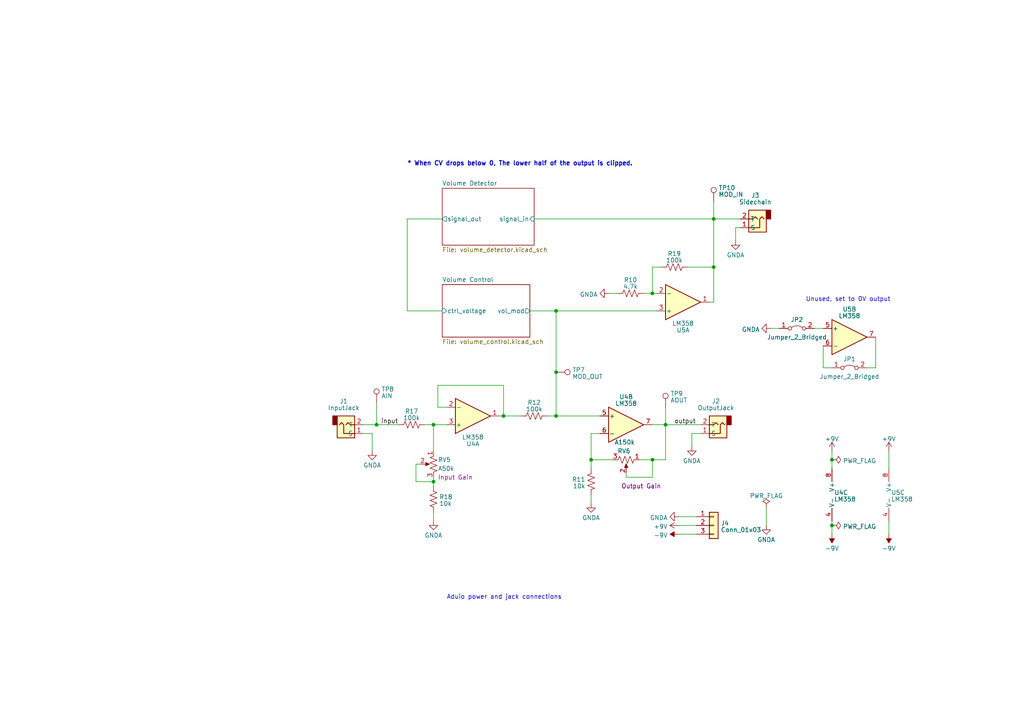
<source format=kicad_sch>
(kicad_sch (version 20230121) (generator eeschema)
  (paper "A4")
  (title_block (title "Compressor") (date "2023-05-27") (rev "0.1") (company "Jacob Miller") (comment 4 "All resistors are 1% unless noted"))
  (lib_symbols
    (symbol "Amplifier_Operational:LM358" (pin_names (offset 0.127))
      (property "Reference" "U" (at 0 5.08 0))
      (property "Value" "LM358" (at 0 -5.08 0))
      (symbol "LM358_1_1"
        (polyline (pts (xy -5.08 5.08) (xy 5.08 0) (xy -5.08 -5.08) (xy -5.08 5.08)) (stroke (width 0.254)) (fill (type background)))
        (pin output line (at 7.62 0 180) (length 2.54) (name "~") (number "1"))
        (pin input line (at -7.62 -2.54 0) (length 2.54) (name "-") (number "2"))
        (pin input line (at -7.62 2.54 0) (length 2.54) (name "+") (number "3"))
      )
      (symbol "LM358_2_1"
        (polyline (pts (xy -5.08 5.08) (xy 5.08 0) (xy -5.08 -5.08) (xy -5.08 5.08)) (stroke (width 0.254)) (fill (type background)))
        (pin input line (at -7.62 2.54 0) (length 2.54) (name "+") (number "5"))
        (pin input line (at -7.62 -2.54 0) (length 2.54) (name "-") (number "6"))
        (pin output line (at 7.62 0 180) (length 2.54) (name "~") (number "7"))
      )
      (symbol "LM358_3_1"
        (pin power_in line (at -2.54 -7.62 90) (length 3.81) (name "V-") (number "4"))
        (pin power_in line (at -2.54 7.62 270) (length 3.81) (name "V+") (number "8"))
      )
    )
    (symbol "AudioJack2_1"
      (property "Reference" "J3" (at 0.635 -6.8199 0))
      (property "Value" "Sidechain" (at 0.635 -4.8989 0))
      (symbol "AudioJack2_1_0_1"
        (rectangle (start -3.81 0) (end -2.54 -2.54) (stroke (width 0.254)) (fill (type outline)))
        (rectangle (start -2.54 3.81) (end 2.54 -2.54) (stroke (width 0.254)) (fill (type background)))
        (polyline (pts (xy 0 0) (xy 0.635 -0.635) (xy 1.27 0) (xy 2.54 0)) (stroke (width 0.254)))
        (polyline (pts (xy 2.54 2.54) (xy -0.635 2.54) (xy -0.635 0) (xy -1.27 -0.635) (xy -1.905 0)) (stroke (width 0.254)))
      )
      (symbol "AudioJack2_1_1_1"
        (pin passive line (at 5.08 2.54 180) (length 2.54) (name "S") (number "1"))
        (pin passive line (at 5.08 0 180) (length 2.54) (name "T") (number "2"))
      )
    )
    (symbol "AudioJack2_2"
      (property "Reference" "J2" (at 0.635 -6.8199 0))
      (property "Value" "OutputJack" (at 0.635 -4.8989 0))
      (symbol "AudioJack2_2_0_1"
        (rectangle (start -3.81 0) (end -2.54 -2.54) (stroke (width 0.254)) (fill (type outline)))
        (rectangle (start -2.54 3.81) (end 2.54 -2.54) (stroke (width 0.254)) (fill (type background)))
        (polyline (pts (xy 0 0) (xy 0.635 -0.635) (xy 1.27 0) (xy 2.54 0)) (stroke (width 0.254)))
        (polyline (pts (xy 2.54 2.54) (xy -0.635 2.54) (xy -0.635 0) (xy -1.27 -0.635) (xy -1.905 0)) (stroke (width 0.254)))
      )
      (symbol "AudioJack2_2_1_1"
        (pin passive line (at 5.08 2.54 180) (length 2.54) (name "S") (number "1"))
        (pin passive line (at 5.08 0 180) (length 2.54) (name "T") (number "2"))
      )
    )
    (symbol "Connector:TestPoint" (pin_numbers hide) (pin_names (offset 0.762) hide)
      (property "Reference" "TP" (at 0 6.858 0))
      (property "Value" "TestPoint" (at 0 5.08 0))
      (symbol "TestPoint_0_1"
        (circle (center 0 3.302) (radius 0.762))
      )
      (symbol "TestPoint_1_1"
        (pin passive line (at 0 0 90) (length 2.54) (name "1") (number "1"))
      )
    )
    (symbol "Connector_Audio:AudioJack2"
      (property "Reference" "J1" (at -0.635 -6.8199 0))
      (property "Value" "InputJack" (at -0.635 -4.8989 0))
      (symbol "AudioJack2_0_1"
        (rectangle (start -3.81 0) (end -2.54 -2.54) (stroke (width 0.254)) (fill (type outline)))
        (rectangle (start -2.54 3.81) (end 2.54 -2.54) (stroke (width 0.254)) (fill (type background)))
        (polyline (pts (xy 0 0) (xy 0.635 -0.635) (xy 1.27 0) (xy 2.54 0)) (stroke (width 0.254)))
        (polyline (pts (xy 2.54 2.54) (xy -0.635 2.54) (xy -0.635 0) (xy -1.27 -0.635) (xy -1.905 0)) (stroke (width 0.254)))
      )
      (symbol "AudioJack2_1_1"
        (pin passive line (at 5.08 2.54 180) (length 2.54) (name "S") (number "1"))
        (pin passive line (at 5.08 0 180) (length 2.54) (name "T") (number "2"))
      )
    )
    (symbol "Connector_Generic:Conn_01x03" (pin_names (offset 1.016) hide)
      (property "Reference" "J" (at 0 5.08 0))
      (property "Value" "Conn_01x03" (at 0 -5.08 0))
      (symbol "Conn_01x03_1_1"
        (rectangle (start -1.27 -2.413) (end 0 -2.667) (stroke (width 0.1524)))
        (rectangle (start -1.27 0.127) (end 0 -0.127) (stroke (width 0.1524)))
        (rectangle (start -1.27 2.667) (end 0 2.413) (stroke (width 0.1524)))
        (rectangle (start -1.27 3.81) (end 1.27 -3.81) (stroke (width 0.254)) (fill (type background)))
        (pin passive line (at -5.08 2.54 0) (length 3.81) (name "Pin_1") (number "1"))
        (pin passive line (at -5.08 0 0) (length 3.81) (name "Pin_2") (number "2"))
        (pin passive line (at -5.08 -2.54 0) (length 3.81) (name "Pin_3") (number "3"))
      )
    )
    (symbol "Device:R_Potentiometer_US" (pin_names (offset 1.016) hide)
      (property "Reference" "RV" (at -4.445 0 90))
      (property "Value" "R_Potentiometer_US" (at -2.54 0 90))
      (symbol "R_Potentiometer_US_0_1"
        (polyline (pts (xy 0 -2.286) (xy 0 -2.54)))
        (polyline (pts (xy 0 2.54) (xy 0 2.286)))
        (polyline (pts (xy 2.54 0) (xy 1.524 0)))
        (polyline (pts (xy 1.143 0) (xy 2.286 0.508) (xy 2.286 -0.508) (xy 1.143 0)) (fill (type outline)))
        (polyline (pts (xy 0 -0.762) (xy 1.016 -1.143) (xy 0 -1.524) (xy -1.016 -1.905) (xy 0 -2.286)))
        (polyline (pts (xy 0 0.762) (xy 1.016 0.381) (xy 0 0) (xy -1.016 -0.381) (xy 0 -0.762)))
        (polyline (pts (xy 0 2.286) (xy 1.016 1.905) (xy 0 1.524) (xy -1.016 1.143) (xy 0 0.762)))
      )
      (symbol "R_Potentiometer_US_1_1"
        (pin passive line (at 0 3.81 270) (length 1.27) (name "1") (number "1"))
        (pin passive line (at 3.81 0 180) (length 1.27) (name "2") (number "2"))
        (pin passive line (at 0 -3.81 90) (length 1.27) (name "3") (number "3"))
      )
    )
    (symbol "Device:R_US" (pin_numbers hide) (pin_names (offset 0))
      (property "Reference" "R" (at 2.54 0 90))
      (property "Value" "R_US" (at -2.54 0 90))
      (symbol "R_US_0_1"
        (polyline (pts (xy 0 -2.286) (xy 0 -2.54)))
        (polyline (pts (xy 0 2.286) (xy 0 2.54)))
        (polyline (pts (xy 0 -0.762) (xy 1.016 -1.143) (xy 0 -1.524) (xy -1.016 -1.905) (xy 0 -2.286)))
        (polyline (pts (xy 0 0.762) (xy 1.016 0.381) (xy 0 0) (xy -1.016 -0.381) (xy 0 -0.762)))
        (polyline (pts (xy 0 2.286) (xy 1.016 1.905) (xy 0 1.524) (xy -1.016 1.143) (xy 0 0.762)))
      )
      (symbol "R_US_1_1"
        (pin passive line (at 0 3.81 270) (length 1.27) (name "~") (number "1"))
        (pin passive line (at 0 -3.81 90) (length 1.27) (name "~") (number "2"))
      )
    )
    (symbol "Jumper:Jumper_2_Bridged" (pin_names (offset 0) hide)
      (property "Reference" "JP" (at 0 1.905 0))
      (property "Value" "Jumper_2_Bridged" (at 0 -2.54 0))
      (symbol "Jumper_2_Bridged_0_0"
        (circle (center -2.032 0) (radius 0.508))
        (circle (center 2.032 0) (radius 0.508))
      )
      (symbol "Jumper_2_Bridged_0_1"
        (arc (start 1.524 0.254) (mid 0 0.762) (end -1.524 0.254))
      )
      (symbol "Jumper_2_Bridged_1_1"
        (pin passive line (at -5.08 0 0) (length 2.54) (name "A") (number "1"))
        (pin passive line (at 5.08 0 180) (length 2.54) (name "B") (number "2"))
      )
    )
    (symbol "power:+9V" (power) (pin_names (offset 0))
      (property "Value" "+9V" (at 0 3.556 0))
      (symbol "+9V_0_1"
        (polyline (pts (xy -0.762 1.27) (xy 0 2.54)))
        (polyline (pts (xy 0 0) (xy 0 2.54)))
        (polyline (pts (xy 0 2.54) (xy 0.762 1.27)))
      )
      (symbol "+9V_1_1"
        (pin power_in line (at 0 0 90) (length 0) hide (name "+9V") (number "1"))
      )
    )
    (symbol "power:-9V" (power) (pin_names (offset 0))
      (property "Value" "-9V" (at 0 3.81 0))
      (symbol "-9V_0_1"
        (polyline (pts (xy 0 0) (xy 0 2.54)))
        (polyline (pts (xy 0.762 1.27) (xy -0.762 1.27) (xy 0 2.54) (xy 0.762 1.27)) (fill (type outline)))
      )
      (symbol "-9V_1_1"
        (pin power_in line (at 0 0 90) (length 0) hide (name "-9V") (number "1"))
      )
    )
    (symbol "power:GNDA" (power) (pin_names (offset 0))
      (property "Value" "GNDA" (at 0 -3.81 0))
      (symbol "GNDA_0_1"
        (polyline (pts (xy 0 0) (xy 0 -1.27) (xy 1.27 -1.27) (xy 0 -2.54) (xy -1.27 -1.27) (xy 0 -1.27)))
      )
      (symbol "GNDA_1_1"
        (pin power_in line (at 0 0 270) (length 0) hide (name "GNDA") (number "1"))
      )
    )
    (symbol "power:PWR_FLAG" (power) (pin_numbers hide) (pin_names (offset 0) hide)
      (property "Value" "PWR_FLAG" (at 0 3.81 0))
      (symbol "PWR_FLAG_0_0"
        (pin power_out line (at 0 0 90) (length 0) (name "pwr") (number "1"))
      )
      (symbol "PWR_FLAG_0_1"
        (polyline (pts (xy 0 0) (xy 0 1.27) (xy -1.016 1.905) (xy 0 2.54) (xy 1.016 1.905) (xy 0 1.27)))
      )
    )
  )
  (junction (at 161.29 120.65))
  (junction (at 241.3 152.4))
  (junction (at 109.22 123.19))
  (junction (at 125.73 123.19))
  (junction (at 189.23 85.09))
  (junction (at 207.01 63.5))
  (junction (at 207.01 77.47))
  (junction (at 146.05 120.65))
  (junction (at 241.3 133.35))
  (junction (at 161.29 107.95))
  (junction (at 125.73 139.7))
  (junction (at 161.29 90.17))
  (junction (at 171.45 133.35))
  (junction (at 189.23 133.35))
  (junction (at 193.04 123.19))
  (wire (pts (xy 109.22 123.19) (xy 115.57 123.19)))
  (wire (pts (xy 181.61 138.43) (xy 189.23 138.43)))
  (wire (pts (xy 213.36 66.04) (xy 213.36 69.85)))
  (wire (pts (xy 125.73 123.19) (xy 125.73 130.81)))
  (wire (pts (xy 241.3 133.35) (xy 241.3 135.89)))
  (wire (pts (xy 146.05 111.76) (xy 146.05 120.65)))
  (wire (pts (xy 161.29 90.17) (xy 161.29 107.95)))
  (wire (pts (xy 161.29 107.95) (xy 161.29 120.65)))
  (wire (pts (xy 203.2 125.73) (xy 200.66 125.73)))
  (wire (pts (xy 236.22 95.25) (xy 238.76 95.25)))
  (wire (pts (xy 207.01 77.47) (xy 207.01 63.5)))
  (wire (pts (xy 154.94 63.5) (xy 207.01 63.5)))
  (wire (pts (xy 189.23 138.43) (xy 189.23 133.35)))
  (wire (pts (xy 200.66 125.73) (xy 200.66 129.54)))
  (wire (pts (xy 186.69 85.09) (xy 189.23 85.09)))
  (wire (pts (xy 118.11 63.5) (xy 118.11 90.17)))
  (wire (pts (xy 254 97.79) (xy 254 106.68)))
  (wire (pts (xy 109.22 116.84) (xy 109.22 123.19)))
  (wire (pts (xy 207.01 58.42) (xy 207.01 63.5)))
  (wire (pts (xy 207.01 87.63) (xy 205.74 87.63)))
  (wire (pts (xy 176.53 85.09) (xy 179.07 85.09)))
  (wire (pts (xy 125.73 139.7) (xy 125.73 140.97)))
  (wire (pts (xy 120.65 134.62) (xy 120.65 139.7)))
  (wire (pts (xy 171.45 146.05) (xy 171.45 143.51)))
  (wire (pts (xy 193.04 133.35) (xy 193.04 123.19)))
  (wire (pts (xy 161.29 120.65) (xy 173.99 120.65)))
  (wire (pts (xy 121.92 134.62) (xy 120.65 134.62)))
  (wire (pts (xy 196.85 154.94) (xy 201.93 154.94)))
  (wire (pts (xy 199.39 77.47) (xy 207.01 77.47)))
  (wire (pts (xy 161.29 90.17) (xy 190.5 90.17)))
  (wire (pts (xy 118.11 90.17) (xy 128.27 90.17)))
  (wire (pts (xy 181.61 137.16) (xy 181.61 138.43)))
  (wire (pts (xy 193.04 123.19) (xy 203.2 123.19)))
  (wire (pts (xy 189.23 123.19) (xy 193.04 123.19)))
  (wire (pts (xy 241.3 151.13) (xy 241.3 152.4)))
  (wire (pts (xy 171.45 133.35) (xy 171.45 135.89)))
  (wire (pts (xy 251.46 106.68) (xy 254 106.68)))
  (wire (pts (xy 222.25 147.32) (xy 222.25 152.4)))
  (wire (pts (xy 257.81 154.94) (xy 257.81 151.13)))
  (wire (pts (xy 125.73 151.13) (xy 125.73 148.59)))
  (wire (pts (xy 207.01 77.47) (xy 207.01 87.63)))
  (wire (pts (xy 238.76 106.68) (xy 241.3 106.68)))
  (wire (pts (xy 173.99 125.73) (xy 171.45 125.73)))
  (wire (pts (xy 129.54 118.11) (xy 127 118.11)))
  (wire (pts (xy 151.13 120.65) (xy 146.05 120.65)))
  (wire (pts (xy 185.42 133.35) (xy 189.23 133.35)))
  (wire (pts (xy 189.23 77.47) (xy 189.23 85.09)))
  (wire (pts (xy 146.05 120.65) (xy 144.78 120.65)))
  (wire (pts (xy 158.75 120.65) (xy 161.29 120.65)))
  (wire (pts (xy 120.65 139.7) (xy 125.73 139.7)))
  (wire (pts (xy 191.77 77.47) (xy 189.23 77.47)))
  (wire (pts (xy 241.3 130.81) (xy 241.3 133.35)))
  (wire (pts (xy 125.73 123.19) (xy 129.54 123.19)))
  (wire (pts (xy 153.67 90.17) (xy 161.29 90.17)))
  (wire (pts (xy 189.23 85.09) (xy 190.5 85.09)))
  (wire (pts (xy 196.85 149.86) (xy 201.93 149.86)))
  (wire (pts (xy 193.04 118.11) (xy 193.04 123.19)))
  (wire (pts (xy 127 118.11) (xy 127 111.76)))
  (wire (pts (xy 171.45 125.73) (xy 171.45 133.35)))
  (wire (pts (xy 128.27 63.5) (xy 118.11 63.5)))
  (wire (pts (xy 107.95 125.73) (xy 107.95 130.81)))
  (wire (pts (xy 257.81 130.81) (xy 257.81 135.89)))
  (wire (pts (xy 127 111.76) (xy 146.05 111.76)))
  (wire (pts (xy 223.52 95.25) (xy 226.06 95.25)))
  (wire (pts (xy 241.3 152.4) (xy 241.3 154.94)))
  (wire (pts (xy 214.63 63.5) (xy 207.01 63.5)))
  (wire (pts (xy 105.41 123.19) (xy 109.22 123.19)))
  (wire (pts (xy 171.45 133.35) (xy 177.8 133.35)))
  (wire (pts (xy 238.76 100.33) (xy 238.76 106.68)))
  (wire (pts (xy 105.41 125.73) (xy 107.95 125.73)))
  (wire (pts (xy 125.73 138.43) (xy 125.73 139.7)))
  (wire (pts (xy 214.63 66.04) (xy 213.36 66.04)))
  (wire (pts (xy 196.85 152.4) (xy 201.93 152.4)))
  (wire (pts (xy 189.23 133.35) (xy 193.04 133.35)))
  (wire (pts (xy 123.19 123.19) (xy 125.73 123.19)))
  (text "Aduio power and jack connections" (at 129.54 173.99 0) (effects (font (size 1.27 1.27)) (justify left bottom)))
  (text "* When CV drops below 0, The lower half of the output is clipped." (at 118.11 48.26 0) (effects (font (size 1.27 1.27) (thickness 0.254) bold) (justify left bottom)))
  (text "Unused, set to 0V output" (at 233.68 87.63 0) (effects (font (size 1.27 1.27)) (justify left bottom)))
  (label "input" (at 110.49 123.19 0))
  (label "output" (at 195.58 123.19 0))
  (symbol (lib_id "Device:R_US") (at 119.38 123.19 90) (unit 1)
    (property "Reference" "R17" (at 119.38 119.2911 90))
    (property "Value" "100k" (at 119.38 121.2121 90))
    (property "Footprint" "Resistor_THT:R_Axial_DIN0207_L6.3mm_D2.5mm_P2.54mm_Vertical" (effects hide))
  )
  (symbol (lib_id "power:GNDA") (at 125.73 151.13 0) (unit 1)
    (property "Reference" "#PWR020" (effects hide))
    (property "Value" "GNDA" (at 125.73 155.2655 0))
  )
  (symbol (lib_id "Connector:TestPoint") (at 207.01 58.42 0) (unit 1)
    (property "Reference" "TP10" (at 208.407 54.4743 0) (effects (justify left)))
    (property "Value" "MOD_IN" (at 208.407 56.3953 0) (effects (justify left)))
    (property "Footprint" "Connector_Pin:Pin_D0.9mm_L10.0mm_W2.4mm_FlatFork" (effects hide))
  )
  (symbol (lib_id "Device:R_Potentiometer_US") (at 181.61 133.35 270) (unit 1)
    (property "Reference" "RV6" (at 182.88 130.81 90) (effects (justify right)))
    (property "Value" "A150k" (at 184.15 128.27 90) (effects (justify right)))
    (property "Footprint" "Potentiometer_THT:Potentiometer_Alps_RK163_Single_Horizontal" (effects hide))
    (property "Description" "Output Gain" (at 191.77 140.97 90) (effects (justify right)))
  )
  (symbol (lib_id "power:PWR_FLAG") (at 241.3 152.4 270) (unit 1)
    (property "Reference" "#FLG02" (effects hide))
    (property "Value" "PWR_FLAG" (at 244.475 152.7168 90) (effects (justify left)))
  )
  (symbol (lib_id "Amplifier_Operational:LM358") (at 137.16 120.65 0) (mirror x) (unit 1)
    (property "Reference" "U4" (at 137.16 128.7399 0))
    (property "Value" "LM358" (at 137.16 126.8189 0))
    (property "Footprint" "Package_DIP:DIP-8_W7.62mm_Socket_LongPads" (effects hide))
    (property "Datasheet" "http://www.ti.com/lit/ds/symlink/lm2904-n.pdf" (effects hide))
  )
  (symbol (lib_id "power:-9V") (at 241.3 154.94 180) (unit 1)
    (property "Reference" "#PWR014" (effects hide))
    (property "Value" "-9V" (at 241.3 159.0755 0))
  )
  (symbol (lib_id "power:+9V") (at 241.3 130.81 0) (unit 1)
    (property "Reference" "#PWR012" (effects hide))
    (property "Value" "+9V" (at 241.3 127.3081 0))
  )
  (symbol (lib_id "power:GNDA") (at 200.66 129.54 0) (unit 1)
    (property "Reference" "#PWR015" (effects hide))
    (property "Value" "GNDA" (at 200.66 133.6755 0))
  )
  (symbol (lib_id "Device:R_US") (at 195.58 77.47 90) (unit 1)
    (property "Reference" "R19" (at 195.58 73.5711 90))
    (property "Value" "100k" (at 195.58 75.4921 90))
    (property "Footprint" "Resistor_THT:R_Axial_DIN0207_L6.3mm_D2.5mm_P2.54mm_Vertical" (effects hide))
  )
  (symbol (lib_id "Device:R_Potentiometer_US") (at 125.73 134.62 0) (mirror y) (unit 1)
    (property "Reference" "RV5" (at 127 133.35 0) (effects (justify right)))
    (property "Value" "A50k" (at 127 135.89 0) (effects (justify right)))
    (property "Footprint" "Potentiometer_THT:Potentiometer_Alps_RK163_Single_Horizontal" (effects hide))
    (property "Description" "Input Gain" (at 127 138.43 0) (effects (justify right)))
  )
  (symbol (lib_id "Amplifier_Operational:LM358") (at 198.12 87.63 0) (mirror x) (unit 1)
    (property "Reference" "U5" (at 198.12 95.7199 0))
    (property "Value" "LM358" (at 198.12 93.7989 0))
    (property "Footprint" "Package_DIP:DIP-8_W7.62mm_Socket_LongPads" (effects hide))
    (property "Datasheet" "http://www.ti.com/lit/ds/symlink/lm2904-n.pdf" (effects hide))
  )
  (symbol (lib_id "Connector:TestPoint") (at 193.04 118.11 0) (unit 1)
    (property "Reference" "TP9" (at 194.437 114.1643 0) (effects (justify left)))
    (property "Value" "AOUT" (at 194.437 116.0853 0) (effects (justify left)))
    (property "Footprint" "Connector_Pin:Pin_D0.9mm_L10.0mm_W2.4mm_FlatFork" (effects hide))
  )
  (symbol (lib_id "Amplifier_Operational:LM358") (at 243.84 143.51 0) (unit 3)
    (property "Reference" "U4" (at 241.935 142.8663 0) (effects (justify left)))
    (property "Value" "LM358" (at 241.935 144.7873 0) (effects (justify left)))
    (property "Footprint" "Package_DIP:DIP-8_W7.62mm_Socket_LongPads" (effects hide))
    (property "Datasheet" "http://www.ti.com/lit/ds/symlink/lm2904-n.pdf" (effects hide))
  )
  (symbol (lib_id "Device:R_US") (at 154.94 120.65 90) (unit 1)
    (property "Reference" "R12" (at 154.94 116.7511 90))
    (property "Value" "100k" (at 154.94 118.6721 90))
    (property "Footprint" "Resistor_THT:R_Axial_DIN0207_L6.3mm_D2.5mm_P2.54mm_Vertical" (effects hide))
  )
  (symbol (lib_id "power:GNDA") (at 196.85 149.86 270) (unit 1)
    (property "Reference" "#PWR030" (effects hide))
    (property "Value" "GNDA" (at 193.6751 150.1768 90) (effects (justify right)))
  )
  (symbol (lib_id "power:PWR_FLAG") (at 241.3 133.35 270) (unit 1)
    (property "Reference" "#FLG01" (effects hide))
    (property "Value" "PWR_FLAG" (at 244.475 133.6668 90) (effects (justify left)))
  )
  (symbol (lib_id "Connector_Generic:Conn_01x03") (at 207.01 152.4 0) (unit 1)
    (property "Reference" "J4" (at 209.042 151.7563 0) (effects (justify left)))
    (property "Value" "Conn_01x03" (at 209.042 153.6773 0) (effects (justify left)))
    (property "Footprint" "Connector_PinHeader_2.54mm:PinHeader_1x03_P2.54mm_Vertical" (effects hide))
  )
  (symbol (lib_id "power:-9V") (at 257.81 154.94 180) (unit 1)
    (property "Reference" "#PWR023" (effects hide))
    (property "Value" "-9V" (at 257.81 159.0755 0))
  )
  (symbol (lib_id "Device:R_US") (at 125.73 144.78 180) (unit 1)
    (property "Reference" "R18" (at 127.381 144.1363 0) (effects (justify right)))
    (property "Value" "10k" (at 127.381 146.0573 0) (effects (justify right)))
    (property "Footprint" "Resistor_THT:R_Axial_DIN0207_L6.3mm_D2.5mm_P2.54mm_Vertical" (effects hide))
  )
  (symbol (lib_name "AudioJack2_2") (lib_id "Connector_Audio:AudioJack2") (at 208.28 123.19 180) (unit 1)
    (property "Reference" "J2" (at 207.645 116.3701 0))
    (property "Value" "OutputJack" (at 207.645 118.2911 0))
    (property "Footprint" "TestPoint:TestPoint_2Pads_Pitch5.08mm_Drill1.3mm" (effects hide))
  )
  (symbol (lib_id "power:GNDA") (at 213.36 69.85 0) (unit 1)
    (property "Reference" "#PWR024" (effects hide))
    (property "Value" "GNDA" (at 213.36 73.9855 0))
  )
  (symbol (lib_id "power:GNDA") (at 222.25 152.4 0) (unit 1)
    (property "Reference" "#PWR026" (effects hide))
    (property "Value" "GNDA" (at 222.25 156.5355 0))
  )
  (symbol (lib_id "power:-9V") (at 196.85 154.94 90) (unit 1)
    (property "Reference" "#PWR032" (effects hide))
    (property "Value" "-9V" (at 193.6751 155.2568 90) (effects (justify left)))
  )
  (symbol (lib_id "Connector:TestPoint") (at 109.22 116.84 0) (unit 1)
    (property "Reference" "TP8" (at 110.617 112.8943 0) (effects (justify left)))
    (property "Value" "AIN" (at 110.617 114.8153 0) (effects (justify left)))
    (property "Footprint" "Connector_Pin:Pin_D0.9mm_L10.0mm_W2.4mm_FlatFork" (effects hide))
  )
  (symbol (lib_id "Connector_Audio:AudioJack2") (at 100.33 123.19 0) (mirror x) (unit 1)
    (property "Reference" "J1" (at 99.695 116.3701 0))
    (property "Value" "InputJack" (at 99.695 118.2911 0))
    (property "Footprint" "TestPoint:TestPoint_2Pads_Pitch5.08mm_Drill1.3mm" (effects hide))
  )
  (symbol (lib_id "Amplifier_Operational:LM358") (at 260.35 143.51 0) (unit 3)
    (property "Reference" "U5" (at 258.445 142.8663 0) (effects (justify left)))
    (property "Value" "LM358" (at 258.445 144.7873 0) (effects (justify left)))
    (property "Footprint" "Package_DIP:DIP-8_W7.62mm_Socket_LongPads" (effects hide))
    (property "Datasheet" "http://www.ti.com/lit/ds/symlink/lm2904-n.pdf" (effects hide))
  )
  (symbol (lib_name "AudioJack2_1") (lib_id "Connector_Audio:AudioJack2") (at 219.71 63.5 180) (unit 1)
    (property "Reference" "J3" (at 219.075 56.6801 0))
    (property "Value" "Sidechain" (at 219.075 58.6011 0))
    (property "Footprint" "TestPoint:TestPoint_2Pads_Pitch5.08mm_Drill1.3mm" (effects hide))
  )
  (symbol (lib_id "Device:R_US") (at 182.88 85.09 90) (unit 1)
    (property "Reference" "R10" (at 182.88 81.1911 90))
    (property "Value" "4.7k" (at 182.88 83.1121 90))
    (property "Footprint" "Resistor_THT:R_Axial_DIN0207_L6.3mm_D2.5mm_P2.54mm_Vertical" (effects hide))
  )
  (symbol (lib_id "Amplifier_Operational:LM358") (at 246.38 97.79 0) (unit 2)
    (property "Reference" "U5" (at 246.38 89.7001 0))
    (property "Value" "LM358" (at 246.38 91.6211 0))
    (property "Footprint" "Package_DIP:DIP-8_W7.62mm_Socket_LongPads" (effects hide))
    (property "Datasheet" "http://www.ti.com/lit/ds/symlink/lm2904-n.pdf" (effects hide))
  )
  (symbol (lib_id "power:GNDA") (at 176.53 85.09 270) (unit 1)
    (property "Reference" "#PWR025" (effects hide))
    (property "Value" "GNDA" (at 173.3551 85.4068 90) (effects (justify right)))
  )
  (symbol (lib_id "power:+9V") (at 196.85 152.4 90) (unit 1)
    (property "Reference" "#PWR031" (effects hide))
    (property "Value" "+9V" (at 193.6751 152.7168 90) (effects (justify left)))
  )
  (symbol (lib_id "Connector:TestPoint") (at 161.29 107.95 270) (unit 1)
    (property "Reference" "TP7" (at 165.989 107.3063 90) (effects (justify left)))
    (property "Value" "MOD_OUT" (at 165.989 109.2273 90) (effects (justify left)))
    (property "Footprint" "Connector_Pin:Pin_D0.9mm_L10.0mm_W2.4mm_FlatFork" (effects hide))
  )
  (symbol (lib_id "Amplifier_Operational:LM358") (at 181.61 123.19 0) (unit 2)
    (property "Reference" "U4" (at 181.61 115.1001 0))
    (property "Value" "LM358" (at 181.61 117.0211 0))
    (property "Footprint" "Package_DIP:DIP-8_W7.62mm_Socket_LongPads" (effects hide))
    (property "Datasheet" "http://www.ti.com/lit/ds/symlink/lm2904-n.pdf" (effects hide))
  )
  (symbol (lib_id "Jumper:Jumper_2_Bridged") (at 246.38 106.68 0) (unit 1)
    (property "Reference" "JP1" (at 246.38 104.14 0))
    (property "Value" "Jumper_2_Bridged" (at 246.38 109.22 0))
    (property "Footprint" "TestPoint:TestPoint_2Pads_Pitch2.54mm_Drill0.8mm" (effects hide))
  )
  (symbol (lib_id "Device:R_US") (at 171.45 139.7 0) (mirror x) (unit 1)
    (property "Reference" "R11" (at 169.799 139.0563 0) (effects (justify right)))
    (property "Value" "10k" (at 169.799 140.9773 0) (effects (justify right)))
    (property "Footprint" "Resistor_THT:R_Axial_DIN0207_L6.3mm_D2.5mm_P2.54mm_Vertical" (effects hide))
  )
  (symbol (lib_id "power:GNDA") (at 107.95 130.81 0) (unit 1)
    (property "Reference" "#PWR021" (effects hide))
    (property "Value" "GNDA" (at 107.95 134.9455 0))
  )
  (symbol (lib_id "power:+9V") (at 257.81 130.81 0) (unit 1)
    (property "Reference" "#PWR022" (effects hide))
    (property "Value" "+9V" (at 257.81 127.3081 0))
  )
  (symbol (lib_id "power:GNDA") (at 223.52 95.25 270) (unit 1)
    (property "Reference" "#PWR027" (effects hide))
    (property "Value" "GNDA" (at 220.3451 95.5668 90) (effects (justify right)))
  )
  (symbol (lib_id "power:PWR_FLAG") (at 222.25 147.32 0) (unit 1)
    (property "Reference" "#FLG03" (effects hide))
    (property "Value" "PWR_FLAG" (at 222.25 143.8181 0))
  )
  (symbol (lib_id "power:GNDA") (at 171.45 146.05 0) (unit 1)
    (property "Reference" "#PWR016" (effects hide))
    (property "Value" "GNDA" (at 171.45 150.1855 0))
  )
  (symbol (lib_id "Jumper:Jumper_2_Bridged") (at 231.14 95.25 0) (unit 1)
    (property "Reference" "JP2" (at 231.14 92.71 0))
    (property "Value" "Jumper_2_Bridged" (at 231.14 97.79 0))
    (property "Footprint" "TestPoint:TestPoint_2Pads_Pitch2.54mm_Drill0.8mm" (effects hide))
  )
  (sheet (at 128.27 82.55) (size 25.4 15.24) (stroke (width 0.1524))
    (property "Sheetname" "Volume Control" (at 128.27 81.8384 0) (effects (justify left bottom)))
    (property "Sheetfile" "volume_control.kicad_sch" (at 128.27 98.3746 0) (effects (justify left top)))
    (pin "vol_mod" output (at 153.67 90.17 0))
    (pin "ctrl_voltage" input (at 128.27 90.17 180))
  )
  (sheet (at 128.27 54.61) (size 26.67 16.51) (stroke (width 0.1524))
    (property "Sheetname" "Volume Detector" (at 128.27 53.8984 0) (effects (justify left bottom)))
    (property "Sheetfile" "volume_detector.kicad_sch" (at 128.27 71.7046 0) (effects (justify left top)))
    (pin "signal_out" output (at 128.27 63.5 180))
    (pin "signal_in" input (at 154.94 63.5 0))
  )
)
</source>
